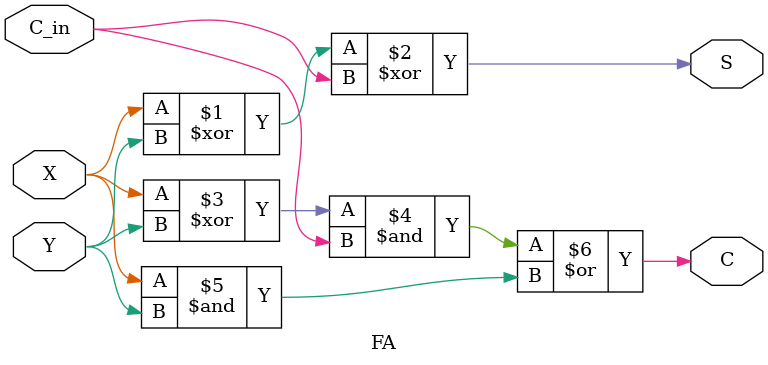
<source format=v>
`timescale 1ns / 1ps


//module FA(
//    input A, B, C_in,
//    output C_out, S
//    );
    
//    wire T1, T2, T3;
    
//    xor(T1, A, B);
//    and(T2, T1, C_in);
//    and(T3, A, B);
    
//    xor(S, A, B, C_in);
//    or(C_out, T2, T3);
//endmodule


//////////////////////////////////////////////////////////////////////////////////


module FA_DATAFLOW(
    input A, B, C_in,
    output C, S
    );
    
    assign S = (A ^ B ^ C_in);
    assign C = (A&B) | ((A^B) & C_in);
endmodule


//////////////////////////////////////////////////////////////////////////////////


module FA_BEHAV(
    input A, B, C_in,
    output reg C, S
    );
    
    always@(A, B, C_in)
    begin
        case({A, B, C_in})
            3'b000:
                begin
                    S=1'b0;
                    C=1'b0;
                end
            3'b001:
                begin
                    S=1'b1;
                    C=1'b0;
                end
            3'b010:
                begin
                    S=1'b1;
                    C=1'b0;
                end
            3'b011:
                begin
                    S=1'b0;
                    C=1'b1;
                end
            3'b100:
                begin
                    S=1'b1;
                    C=1'b0;
                end
            3'b101:
                begin
                    S=1'b0;
                    C=1'b1;
                end
            3'b110:
                begin
                    S=1'b0;
                    C=1'b1;
                end
            3'b111:
                begin
                    S=1'b1;
                    C=1'b1;
                end
        endcase
    end
endmodule


//////////////////////////////////////////////////////////////////////////////////


module FA(
    C,
    S,
    X,
    Y,
    C_in
    );
    output C;
    output S;
    input X;
    input Y;
    input C_in;
    assign S = X^Y^C_in;
    assign C = ((X^Y) & C_in) | (X & Y);
endmodule
</source>
